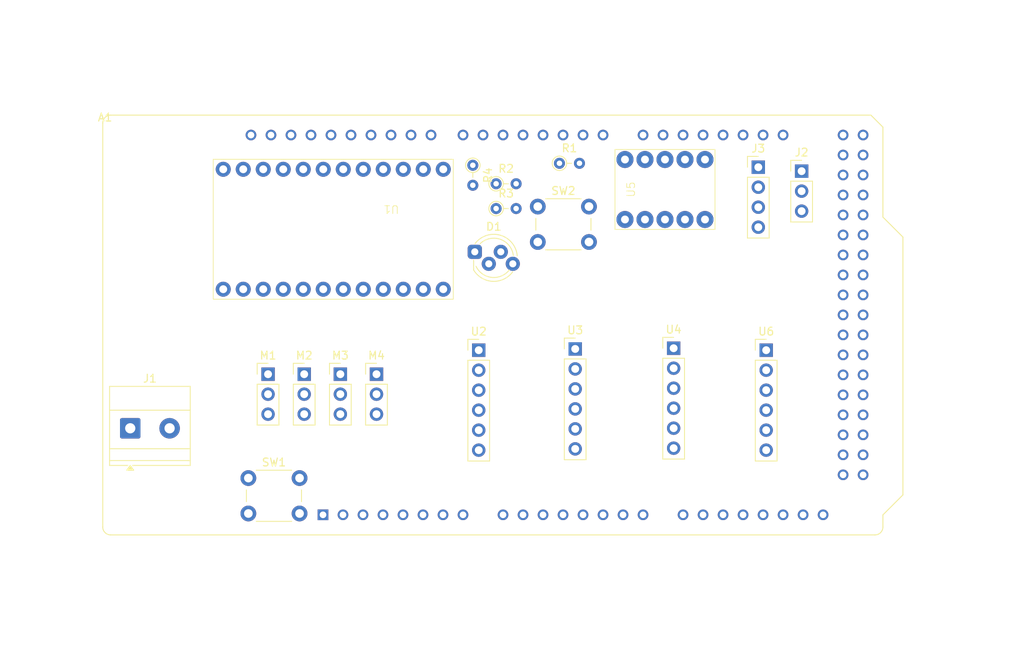
<source format=kicad_pcb>
(kicad_pcb (version 20241229) (generator "pcbnew") (generator_version "9.0")
  (layers (0 "F.Cu" signal) (2 "B.Cu" signal) (13 "F.Paste" user) (15 "B.Paste" user) (5 "F.SilkS" user "F.Silkscreen") (7 "B.SilkS" user "B.Silkscreen") (1 "F.Mask" user) (3 "B.Mask" user) (25 "Edge.Cuts" user))
  (net 0 "")
  (net 61 "Net-(D1-RK)")
  (net 62 "Net-(D1-BK)")
  (net 63 "Net-(D1-GK)")
  (net 64 "GND")
  (net 65 "+3V3")
  (net 66 "+5V")
  (net 67 "VCC")
  (net 68 "/SERVO_V_1")
  (net 69 "+7.5V")
  (net 70 "/SERVO_V_2")
  (net 71 "/SERVO_V_3")
  (net 73 "Net-(U1-SD2)")
  (net 77 "Net-(U1-SC3)")
  (net 78 "Net-(U1-SD3)")
  (net 80 "Net-(U1-SC1)")
  (net 84 "Net-(U1-SD1)")
  (net 85 "Net-(U1-SC0)")
  (net 86 "Net-(U1-SC2)")
  (net 88 "Net-(U1-SD0)")
  (net 92 "Net-(A1-Pad2)")
  (net 93 "Net-(A1-Pad3)")
  (net 94 "Net-(M1-PWM)")
  (net 95 "Net-(M3-PWM)")
  (net 96 "Net-(M4-PWM)")
  (net 97 "Net-(M2-PWM)")
  (net 98 "/SCL")
  (net 99 "/SDA")
  (net 100 "Net-(A1-PadRESET)")
  (net 101 "Net-(A1-Pad4)")
  (net 102 "Net-(A1-Pad5)")
  (net 103 "Net-(J2-Pin_2)")
  (net 104 "/RX2")
  (net 105 "/TX2")
  (net 106 "/RX3")
  (net 107 "/D23")
  (net 108 "/TX3")
  (net 109 "Net-(J2-Pin_3)")
  (net 110 "Net-(J3-Pin_2)")
  (net 111 "Net-(J3-Pin_3)")
  (footprint "Connector_PinHeader_2.54mm:PinHeader_1x06_P2.54mm_Vertical" (layer "F.Cu") (at 153.25 83.25)
    (property "Reference" "U4" (at 0 -2.38 0) (layer "F.SilkS"))
    (property "Value" "INA219 CS 3")
    (fp_line (start -1.38 -1.38) (end 0 -1.38) (stroke (width 0.12)) (layer "F.SilkS"))
    (fp_line (start -1.38 0) (end -1.38 -1.38) (stroke (width 0.12)) (layer "F.SilkS"))
    (fp_line (start -1.38 1.27) (end -1.38 14.08) (stroke (width 0.12)) (layer "F.SilkS"))
    (fp_line (start -1.38 1.27) (end 1.38 1.27) (stroke (width 0.12)) (layer "F.SilkS"))
    (fp_line (start -1.38 14.08) (end 1.38 14.08) (stroke (width 0.12)) (layer "F.SilkS"))
    (fp_line (start 1.38 1.27) (end 1.38 14.08) (stroke (width 0.12)) (layer "F.SilkS"))
    (pad "1" thru_hole rect (at 0 0) (size 1.7 1.7) (drill 1) (layers "*.Cu" "*.Mask") (net 67 "VCC"))
    (pad "2" thru_hole circle (at 0 2.54) (size 1.7 1.7) (drill 1) (layers "*.Cu" "*.Mask") (net 64 "GND"))
    (pad "3" thru_hole circle (at 0 5.08) (size 1.7 1.7) (drill 1) (layers "*.Cu" "*.Mask") (net 86 "Net-(U1-SC2)"))
    (pad "4" thru_hole circle (at 0 7.62) (size 1.7 1.7) (drill 1) (layers "*.Cu" "*.Mask") (net 73 "Net-(U1-SD2)"))
    (pad "5" thru_hole circle (at 0 10.16) (size 1.7 1.7) (drill 1) (layers "*.Cu" "*.Mask") (net 64 "GND"))
    (pad "6" thru_hole circle (at 0 12.7) (size 1.7 1.7) (drill 1) (layers "*.Cu" "*.Mask") (net 71 "/SERVO_V_3"))
  )
  (footprint "Button_Switch_THT:SW_PUSH_6mm" (layer "F.Cu") (at 136 65.25)
    (property "Reference" "SW2" (at 3.25 -2 0) (layer "F.SilkS"))
    (property "Value" "PushButton")
    (fp_line (start -0.25 1.5) (end -0.25 3) (stroke (width 0.12)) (layer "F.SilkS"))
    (fp_line (start 1 5.5) (end 5.5 5.5) (stroke (width 0.12)) (layer "F.SilkS"))
    (fp_line (start 5.5 -1) (end 1 -1) (stroke (width 0.12)) (layer "F.SilkS"))
    (fp_line (start 6.75 3) (end 6.75 1.5) (stroke (width 0.12)) (layer "F.SilkS"))
    (pad "1" thru_hole circle (at 0 0 90) (size 2 2) (drill 1.1) (layers "*.Cu" "*.Mask") (net 92 "Net-(A1-Pad2)"))
    (pad "1" thru_hole circle (at 6.5 0 90) (size 2 2) (drill 1.1) (layers "*.Cu" "*.Mask") (net 92 "Net-(A1-Pad2)"))
    (pad "2" thru_hole circle (at 0 4.5 90) (size 2 2) (drill 1.1) (layers "*.Cu" "*.Mask") (net 67 "VCC"))
    (pad "2" thru_hole circle (at 6.5 4.5 90) (size 2 2) (drill 1.1) (layers "*.Cu" "*.Mask") (net 67 "VCC"))
  )
  (footprint "adaFruit:TCA9548A_MultiplexerBreakout" (layer "F.Cu") (at 124 75.75 -90)
    (property "Reference" "U1" (at -10.16 6.604 180) (layer "F.SilkS") (effects (font (thickness 0.1))))
    (property "Value" "PCA9548ADB")
    (fp_rect (start -16.51 -1.27) (end 1.27 29.21) (stroke (width 0.1)) (fill no) (layer "F.SilkS"))
    (pad "1" thru_hole circle (at -15.24 12.7 270) (size 1.905 1.905) (drill 1) (layers "*.Cu" "*.Mask"))
    (pad "2" thru_hole circle (at -15.24 15.24 270) (size 1.905 1.905) (drill 1) (layers "*.Cu" "*.Mask"))
    (pad "3" thru_hole circle (at -15.24 10.16 270) (size 1.905 1.905) (drill 1) (layers "*.Cu" "*.Mask"))
    (pad "4" thru_hole circle (at -15.24 20.32 270) (size 1.905 1.905) (drill 1) (layers "*.Cu" "*.Mask") (net 88 "Net-(U1-SD0)"))
    (pad "5" thru_hole circle (at -15.24 22.86 270) (size 1.905 1.905) (drill 1) (layers "*.Cu" "*.Mask") (net 85 "Net-(U1-SC0)"))
    (pad "6" thru_hole circle (at -15.24 25.4 270) (size 1.905 1.905) (drill 1) (layers "*.Cu" "*.Mask") (net 84 "Net-(U1-SD1)"))
    (pad "7" thru_hole circle (at -15.24 27.94 270) (size 1.905 1.905) (drill 1) (layers "*.Cu" "*.Mask") (net 80 "Net-(U1-SC1)"))
    (pad "8" thru_hole circle (at 0 27.94 270) (size 1.905 1.905) (drill 1) (layers "*.Cu" "*.Mask") (net 73 "Net-(U1-SD2)"))
    (pad "9" thru_hole circle (at 0 25.4 270) (size 1.905 1.905) (drill 1) (layers "*.Cu" "*.Mask") (net 86 "Net-(U1-SC2)"))
    (pad "10" thru_hole circle (at 0 22.86 270) (size 1.905 1.905) (drill 1) (layers "*.Cu" "*.Mask") (net 78 "Net-(U1-SD3)"))
    (pad "11" thru_hole circle (at 0 20.32 270) (size 1.905 1.905) (drill 1) (layers "*.Cu" "*.Mask") (net 77 "Net-(U1-SC3)"))
    (pad "12" thru_hole circle (at -15.24 2.54 270) (size 1.905 1.905) (drill 1) (layers "*.Cu" "*.Mask") (net 64 "GND"))
    (pad "13" thru_hole circle (at 0 17.78 270) (size 1.905 1.905) (drill 1) (layers "*.Cu" "*.Mask"))
    (pad "14" thru_hole circle (at 0 15.24 270) (size 1.905 1.905) (drill 1) (layers "*.Cu" "*.Mask"))
    (pad "15" thru_hole circle (at 0 12.7 270) (size 1.905 1.905) (drill 1) (layers "*.Cu" "*.Mask"))
    (pad "16" thru_hole circle (at 0 10.16 270) (size 1.905 1.905) (drill 1) (layers "*.Cu" "*.Mask"))
    (pad "17" thru_hole circle (at 0 7.62 270) (size 1.905 1.905) (drill 1) (layers "*.Cu" "*.Mask"))
    (pad "18" thru_hole circle (at 0 5.08 270) (size 1.905 1.905) (drill 1) (layers "*.Cu" "*.Mask"))
    (pad "19" thru_hole circle (at 0 2.54 270) (size 1.905 1.905) (drill 1) (layers "*.Cu" "*.Mask"))
    (pad "20" thru_hole circle (at 0 0 270) (size 1.905 1.905) (drill 1) (layers "*.Cu" "*.Mask"))
    (pad "21" thru_hole circle (at -15.24 17.78 270) (size 1.905 1.905) (drill 1) (layers "*.Cu" "*.Mask"))
    (pad "22" thru_hole circle (at -15.24 7.62 270) (size 1.905 1.905) (drill 1) (layers "*.Cu" "*.Mask") (net 98 "/SCL"))
    (pad "23" thru_hole circle (at -15.24 5.08 270) (size 1.905 1.905) (drill 1) (layers "*.Cu" "*.Mask") (net 99 "/SDA"))
    (pad "24" thru_hole circle (at -15.24 0 270) (size 1.905 1.905) (drill 1) (layers "*.Cu" "*.Mask") (net 67 "VCC"))
  )
  (footprint "Connector_PinHeader_2.54mm:PinHeader_1x03_P2.54mm_Vertical" (layer "F.Cu") (at 115.52 86.55)
    (property "Reference" "M4" (at 0 -2.38 0) (layer "F.SilkS"))
    (property "Value" "Motor_Servo")
    (fp_line (start -1.38 -1.38) (end 0 -1.38) (stroke (width 0.12)) (layer "F.SilkS"))
    (fp_line (start -1.38 0) (end -1.38 -1.38) (stroke (width 0.12)) (layer "F.SilkS"))
    (fp_line (start -1.38 1.27) (end -1.38 6.46) (stroke (width 0.12)) (layer "F.SilkS"))
    (fp_line (start -1.38 1.27) (end 1.38 1.27) (stroke (width 0.12)) (layer "F.SilkS"))
    (fp_line (start -1.38 6.46) (end 1.38 6.46) (stroke (width 0.12)) (layer "F.SilkS"))
    (fp_line (start 1.38 1.27) (end 1.38 6.46) (stroke (width 0.12)) (layer "F.SilkS"))
    (pad "1" thru_hole rect (at 0 0) (size 1.7 1.7) (drill 1) (layers "*.Cu" "*.Mask") (net 96 "Net-(M4-PWM)"))
    (pad "2" thru_hole circle (at 0 2.54) (size 1.7 1.7) (drill 1) (layers "*.Cu" "*.Mask") (net 69 "+7.5V"))
    (pad "3" thru_hole circle (at 0 5.08) (size 1.7 1.7) (drill 1) (layers "*.Cu" "*.Mask") (net 71 "/SERVO_V_3"))
  )
  (footprint "LED_THT:LED_D5.0mm-4_RGB_Staggered_Pins" (layer "F.Cu") (at 128 71)
    (property "Reference" "D1" (at 2.413 -3.198 0) (layer "F.SilkS"))
    (property "Value" "LED_ARGB")
    (fp_line (start -0.147 1.061188) (end -0.147 2.307) (stroke (width 0.12)) (layer "F.SilkS"))
    (fp_arc (start 0.028 -1.038) (mid 3.238737 -2.109652) (end 5.389836 0.503784) (stroke (width 0.12)) (layer "F.SilkS"))
    (fp_arc (start 0.660401 -1.015999) (mid 3.242766 -1.592649) (end 4.89309 0.475579) (stroke (width 0.12)) (layer "F.SilkS"))
    (fp_arc (start 4.372086 2.315056) (mid 2.134091 3.246393) (end 0.158316 1.842) (stroke (width 0.12)) (layer "F.SilkS"))
    (fp_arc (start 4.804334 2.556887) (mid 2.262188 3.748194) (end -0.147 2.30683) (stroke (width 0.12)) (layer "F.SilkS"))
    (pad "1" thru_hole roundrect (at 0 0) (size 1.8 1.8) (drill 0.9) (layers "*.Cu" "*.Mask") (net 61 "Net-(D1-RK)"))
    (pad "2" thru_hole circle (at 1.778 1.524) (size 1.8 1.8) (drill 0.9) (layers "*.Cu" "*.Mask") (net 64 "GND"))
    (pad "3" thru_hole circle (at 3.302 0) (size 1.8 1.8) (drill 0.9) (layers "*.Cu" "*.Mask") (net 63 "Net-(D1-GK)"))
    (pad "4" thru_hole circle (at 4.826 1.524) (size 1.8 1.8) (drill 0.9) (layers "*.Cu" "*.Mask") (net 62 "Net-(D1-BK)"))
  )
  (footprint "Connector_PinHeader_2.54mm:PinHeader_1x06_P2.54mm_Vertical" (layer "F.Cu") (at 128.5 83.5)
    (property "Reference" "U2" (at 0 -2.38 0) (layer "F.SilkS"))
    (property "Value" "INA219 CS 1")
    (fp_line (start -1.38 -1.38) (end 0 -1.38) (stroke (width 0.12)) (layer "F.SilkS"))
    (fp_line (start -1.38 0) (end -1.38 -1.38) (stroke (width 0.12)) (layer "F.SilkS"))
    (fp_line (start -1.38 1.27) (end -1.38 14.08) (stroke (width 0.12)) (layer "F.SilkS"))
    (fp_line (start -1.38 1.27) (end 1.38 1.27) (stroke (width 0.12)) (layer "F.SilkS"))
    (fp_line (start -1.38 14.08) (end 1.38 14.08) (stroke (width 0.12)) (layer "F.SilkS"))
    (fp_line (start 1.38 1.27) (end 1.38 14.08) (stroke (width 0.12)) (layer "F.SilkS"))
    (pad "1" thru_hole rect (at 0 0) (size 1.7 1.7) (drill 1) (layers "*.Cu" "*.Mask") (net 67 "VCC"))
    (pad "2" thru_hole circle (at 0 2.54) (size 1.7 1.7) (drill 1) (layers "*.Cu" "*.Mask") (net 64 "GND"))
    (pad "3" thru_hole circle (at 0 5.08) (size 1.7 1.7) (drill 1) (layers "*.Cu" "*.Mask") (net 85 "Net-(U1-SC0)"))
    (pad "4" thru_hole circle (at 0 7.62) (size 1.7 1.7) (drill 1) (layers "*.Cu" "*.Mask") (net 88 "Net-(U1-SD0)"))
    (pad "5" thru_hole circle (at 0 10.16) (size 1.7 1.7) (drill 1) (layers "*.Cu" "*.Mask") (net 64 "GND"))
    (pad "6" thru_hole circle (at 0 12.7) (size 1.7 1.7) (drill 1) (layers "*.Cu" "*.Mask") (net 68 "/SERVO_V_1"))
  )
  (footprint "Resistor_THT:R_Axial_DIN0204_L3.6mm_D1.6mm_P2.54mm_Vertical" (layer "F.Cu") (at 127.75 60 -90)
    (property "Reference" "R4" (at 1.27 -1.92 90) (layer "F.SilkS"))
    (property "Value" "220")
    (fp_line (start 0.92 0) (end 1.54 0) (stroke (width 0.12)) (layer "F.SilkS"))
    (fp_circle (center 0 0) (end 0.92 0) (stroke (width 0.12)) (fill no) (layer "F.SilkS"))
    (pad "1" thru_hole circle (at 0 0 270) (size 1.4 1.4) (drill 0.7) (layers "*.Cu" "*.Mask") (net 93 "Net-(A1-Pad3)"))
    (pad "2" thru_hole oval (at 2.54 0 270) (size 1.4 1.4) (drill 0.7) (layers "*.Cu" "*.Mask") (net 62 "Net-(D1-BK)"))
  )
  (footprint "Connector_PinHeader_2.54mm:PinHeader_1x04_P2.54mm_Vertical" (layer "F.Cu") (at 164 60.25)
    (property "Reference" "J3" (at 0 -2.38 0) (layer "F.SilkS"))
    (property "Value" "Conn _CV")
    (fp_line (start -1.38 -1.38) (end 0 -1.38) (stroke (width 0.12)) (layer "F.SilkS"))
    (fp_line (start -1.38 0) (end -1.38 -1.38) (stroke (width 0.12)) (layer "F.SilkS"))
    (fp_line (start -1.38 1.27) (end -1.38 9) (stroke (width 0.12)) (layer "F.SilkS"))
    (fp_line (start -1.38 1.27) (end 1.38 1.27) (stroke (width 0.12)) (layer "F.SilkS"))
    (fp_line (start -1.38 9) (end 1.38 9) (stroke (width 0.12)) (layer "F.SilkS"))
    (fp_line (start 1.38 1.27) (end 1.38 9) (stroke (width 0.12)) (layer "F.SilkS"))
    (pad "1" thru_hole rect (at 0 0) (size 1.7 1.7) (drill 1) (layers "*.Cu" "*.Mask") (net 64 "GND"))
    (pad "2" thru_hole circle (at 0 2.54) (size 1.7 1.7) (drill 1) (layers "*.Cu" "*.Mask") (net 110 "Net-(J3-Pin_2)"))
    (pad "3" thru_hole circle (at 0 5.08) (size 1.7 1.7) (drill 1) (layers "*.Cu" "*.Mask") (net 111 "Net-(J3-Pin_3)"))
    (pad "4" thru_hole circle (at 0 7.62) (size 1.7 1.7) (drill 1) (layers "*.Cu" "*.Mask") (net 109 "Net-(J2-Pin_3)"))
  )
  (footprint "Resistor_THT:R_Axial_DIN0204_L3.6mm_D1.6mm_P2.54mm_Vertical" (layer "F.Cu") (at 138.75 59.75)
    (property "Reference" "R1" (at 1.27 -1.92 0) (layer "F.SilkS"))
    (property "Value" "10k")
    (fp_line (start 0.92 0) (end 1.54 0) (stroke (width 0.12)) (layer "F.SilkS"))
    (fp_circle (center 0 0) (end 0.92 0) (stroke (width 0.12)) (fill no) (layer "F.SilkS"))
    (pad "1" thru_hole circle (at 0 0) (size 1.4 1.4) (drill 0.7) (layers "*.Cu" "*.Mask") (net 92 "Net-(A1-Pad2)"))
    (pad "2" thru_hole oval (at 2.54 0) (size 1.4 1.4) (drill 0.7) (layers "*.Cu" "*.Mask") (net 64 "GND"))
  )
  (footprint "Resistor_THT:R_Axial_DIN0204_L3.6mm_D1.6mm_P2.54mm_Vertical" (layer "F.Cu") (at 130.71 65.5)
    (property "Reference" "R3" (at 1.27 -1.92 0) (layer "F.SilkS"))
    (property "Value" "220")
    (fp_line (start 0.92 0) (end 1.54 0) (stroke (width 0.12)) (layer "F.SilkS"))
    (fp_circle (center 0 0) (end 0.92 0) (stroke (width 0.12)) (fill no) (layer "F.SilkS"))
    (pad "1" thru_hole circle (at 0 0) (size 1.4 1.4) (drill 0.7) (layers "*.Cu" "*.Mask") (net 101 "Net-(A1-Pad4)"))
    (pad "2" thru_hole oval (at 2.54 0) (size 1.4 1.4) (drill 0.7) (layers "*.Cu" "*.Mask") (net 63 "Net-(D1-GK)"))
  )
  (footprint "Connector_PinHeader_2.54mm:PinHeader_1x03_P2.54mm_Vertical" (layer "F.Cu") (at 101.75 86.55)
    (property "Reference" "M1" (at 0 -2.38 0) (layer "F.SilkS"))
    (property "Value" "Motor_Servo")
    (fp_line (start -1.38 -1.38) (end 0 -1.38) (stroke (width 0.12)) (layer "F.SilkS"))
    (fp_line (start -1.38 0) (end -1.38 -1.38) (stroke (width 0.12)) (layer "F.SilkS"))
    (fp_line (start -1.38 1.27) (end -1.38 6.46) (stroke (width 0.12)) (layer "F.SilkS"))
    (fp_line (start -1.38 1.27) (end 1.38 1.27) (stroke (width 0.12)) (layer "F.SilkS"))
    (fp_line (start -1.38 6.46) (end 1.38 6.46) (stroke (width 0.12)) (layer "F.SilkS"))
    (fp_line (start 1.38 1.27) (end 1.38 6.46) (stroke (width 0.12)) (layer "F.SilkS"))
    (pad "1" thru_hole rect (at 0 0) (size 1.7 1.7) (drill 1) (layers "*.Cu" "*.Mask") (net 94 "Net-(M1-PWM)"))
    (pad "2" thru_hole circle (at 0 2.54) (size 1.7 1.7) (drill 1) (layers "*.Cu" "*.Mask") (net 69 "+7.5V"))
    (pad "3" thru_hole circle (at 0 5.08) (size 1.7 1.7) (drill 1) (layers "*.Cu" "*.Mask") (net 68 "/SERVO_V_1"))
  )
  (footprint "Connector_PinHeader_2.54mm:PinHeader_1x03_P2.54mm_Vertical" (layer "F.Cu") (at 106.34 86.55)
    (property "Reference" "M2" (at 0 -2.38 0) (layer "F.SilkS"))
    (property "Value" "Motor_Servo")
    (fp_line (start -1.38 -1.38) (end 0 -1.38) (stroke (width 0.12)) (layer "F.SilkS"))
    (fp_line (start -1.38 0) (end -1.38 -1.38) (stroke (width 0.12)) (layer "F.SilkS"))
    (fp_line (start -1.38 1.27) (end -1.38 6.46) (stroke (width 0.12)) (layer "F.SilkS"))
    (fp_line (start -1.38 1.27) (end 1.38 1.27) (stroke (width 0.12)) (layer "F.SilkS"))
    (fp_line (start -1.38 6.46) (end 1.38 6.46) (stroke (width 0.12)) (layer "F.SilkS"))
    (fp_line (start 1.38 1.27) (end 1.38 6.46) (stroke (width 0.12)) (layer "F.SilkS"))
    (pad "1" thru_hole rect (at 0 0) (size 1.7 1.7) (drill 1) (layers "*.Cu" "*.Mask") (net 97 "Net-(M2-PWM)"))
    (pad "2" thru_hole circle (at 0 2.54) (size 1.7 1.7) (drill 1) (layers "*.Cu" "*.Mask") (net 69 "+7.5V"))
    (pad "3" thru_hole circle (at 0 5.08) (size 1.7 1.7) (drill 1) (layers "*.Cu" "*.Mask") (net 70 "/SERVO_V_2"))
  )
  (footprint "Button_Switch_THT:SW_PUSH_6mm" (layer "F.Cu") (at 99.25 99.75)
    (property "Reference" "SW1" (at 3.25 -2 0) (layer "F.SilkS"))
    (property "Value" "Reset")
    (fp_line (start -0.25 1.5) (end -0.25 3) (stroke (width 0.12)) (layer "F.SilkS"))
    (fp_line (start 1 5.5) (end 5.5 5.5) (stroke (width 0.12)) (layer "F.SilkS"))
    (fp_line (start 5.5 -1) (end 1 -1) (stroke (width 0.12)) (layer "F.SilkS"))
    (fp_line (start 6.75 3) (end 6.75 1.5) (stroke (width 0.12)) (layer "F.SilkS"))
    (pad "1" thru_hole circle (at 0 0 90) (size 2 2) (drill 1.1) (layers "*.Cu" "*.Mask") (net 64 "GND"))
    (pad "1" thru_hole circle (at 6.5 0 90) (size 2 2) (drill 1.1) (layers "*.Cu" "*.Mask") (net 64 "GND"))
    (pad "2" thru_hole circle (at 0 4.5 90) (size 2 2) (drill 1.1) (layers "*.Cu" "*.Mask") (net 100 "Net-(A1-PadRESET)"))
    (pad "2" thru_hole circle (at 6.5 4.5 90) (size 2 2) (drill 1.1) (layers "*.Cu" "*.Mask") (net 100 "Net-(A1-PadRESET)"))
  )
  (footprint "Resistor_THT:R_Axial_DIN0204_L3.6mm_D1.6mm_P2.54mm_Vertical" (layer "F.Cu") (at 130.71 62.35)
    (property "Reference" "R2" (at 1.27 -1.92 0) (layer "F.SilkS"))
    (property "Value" "220")
    (fp_line (start 0.92 0) (end 1.54 0) (stroke (width 0.12)) (layer "F.SilkS"))
    (fp_circle (center 0 0) (end 0.92 0) (stroke (width 0.12)) (fill no) (layer "F.SilkS"))
    (pad "1" thru_hole circle (at 0 0) (size 1.4 1.4) (drill 0.7) (layers "*.Cu" "*.Mask") (net 102 "Net-(A1-Pad5)"))
    (pad "2" thru_hole oval (at 2.54 0) (size 1.4 1.4) (drill 0.7) (layers "*.Cu" "*.Mask") (net 61 "Net-(D1-RK)"))
  )
  (footprint "Connector_PinHeader_2.54mm:PinHeader_1x06_P2.54mm_Vertical" (layer "F.Cu") (at 165 83.5)
    (property "Reference" "U6" (at 0 -2.38 0) (layer "F.SilkS"))
    (property "Value" "INA219 CS 4")
    (fp_line (start -1.38 -1.38) (end 0 -1.38) (stroke (width 0.12)) (layer "F.SilkS"))
    (fp_line (start -1.38 0) (end -1.38 -1.38) (stroke (width 0.12)) (layer "F.SilkS"))
    (fp_line (start -1.38 1.27) (end -1.38 14.08) (stroke (width 0.12)) (layer "F.SilkS"))
    (fp_line (start -1.38 1.27) (end 1.38 1.27) (stroke (width 0.12)) (layer "F.SilkS"))
    (fp_line (start -1.38 14.08) (end 1.38 14.08) (stroke (width 0.12)) (layer "F.SilkS"))
    (fp_line (start 1.38 1.27) (end 1.38 14.08) (stroke (width 0.12)) (layer "F.SilkS"))
    (pad "1" thru_hole rect (at 0 0) (size 1.7 1.7) (drill 1) (layers "*.Cu" "*.Mask") (net 67 "VCC"))
    (pad "2" thru_hole circle (at 0 2.54) (size 1.7 1.7) (drill 1) (layers "*.Cu" "*.Mask") (net 64 "GND"))
    (pad "3" thru_hole circle (at 0 5.08) (size 1.7 1.7) (drill 1) (layers "*.Cu" "*.Mask") (net 77 "Net-(U1-SC3)"))
    (pad "4" thru_hole circle (at 0 7.62) (size 1.7 1.7) (drill 1) (layers "*.Cu" "*.Mask") (net 78 "Net-(U1-SD3)"))
    (pad "5" thru_hole circle (at 0 10.16) (size 1.7 1.7) (drill 1) (layers "*.Cu" "*.Mask") (net 64 "GND"))
    (pad "6" thru_hole circle (at 0 12.7) (size 1.7 1.7) (drill 1) (layers "*.Cu" "*.Mask") (net 71 "/SERVO_V_3"))
  )
  (footprint "Connector_PinHeader_2.54mm:PinHeader_1x03_P2.54mm_Vertical" (layer "F.Cu") (at 110.93 86.55)
    (property "Reference" "M3" (at 0 -2.38 0) (layer "F.SilkS"))
    (property "Value" "Motor_Servo")
    (fp_line (start -1.38 -1.38) (end 0 -1.38) (stroke (width 0.12)) (layer "F.SilkS"))
    (fp_line (start -1.38 0) (end -1.38 -1.38) (stroke (width 0.12)) (layer "F.SilkS"))
    (fp_line (start -1.38 1.27) (end -1.38 6.46) (stroke (width 0.12)) (layer "F.SilkS"))
    (fp_line (start -1.38 1.27) (end 1.38 1.27) (stroke (width 0.12)) (layer "F.SilkS"))
    (fp_line (start -1.38 6.46) (end 1.38 6.46) (stroke (width 0.12)) (layer "F.SilkS"))
    (fp_line (start 1.38 1.27) (end 1.38 6.46) (stroke (width 0.12)) (layer "F.SilkS"))
    (pad "1" thru_hole rect (at 0 0) (size 1.7 1.7) (drill 1) (layers "*.Cu" "*.Mask") (net 95 "Net-(M3-PWM)"))
    (pad "2" thru_hole circle (at 0 2.54) (size 1.7 1.7) (drill 1) (layers "*.Cu" "*.Mask") (net 69 "+7.5V"))
    (pad "3" thru_hole circle (at 0 5.08) (size 1.7 1.7) (drill 1) (layers "*.Cu" "*.Mask") (net 71 "/SERVO_V_3"))
  )
  (footprint "Connector_PinHeader_2.54mm:PinHeader_1x06_P2.54mm_Vertical" (layer "F.Cu") (at 140.75 83.34)
    (property "Reference" "U3" (at 0 -2.38 0) (layer "F.SilkS"))
    (property "Value" "INA219 CS 2")
    (fp_line (start -1.38 -1.38) (end 0 -1.38) (stroke (width 0.12)) (layer "F.SilkS"))
    (fp_line (start -1.38 0) (end -1.38 -1.38) (stroke (width 0.12)) (layer "F.SilkS"))
    (fp_line (start -1.38 1.27) (end -1.38 14.08) (stroke (width 0.12)) (layer "F.SilkS"))
    (fp_line (start -1.38 1.27) (end 1.38 1.27) (stroke (width 0.12)) (layer "F.SilkS"))
    (fp_line (start -1.38 14.08) (end 1.38 14.08) (stroke (width 0.12)) (layer "F.SilkS"))
    (fp_line (start 1.38 1.27) (end 1.38 14.08) (stroke (width 0.12)) (layer "F.SilkS"))
    (pad "1" thru_hole rect (at 0 0) (size 1.7 1.7) (drill 1) (layers "*.Cu" "*.Mask") (net 67 "VCC"))
    (pad "2" thru_hole circle (at 0 2.54) (size 1.7 1.7) (drill 1) (layers "*.Cu" "*.Mask") (net 64 "GND"))
    (pad "3" thru_hole circle (at 0 5.08) (size 1.7 1.7) (drill 1) (layers "*.Cu" "*.Mask") (net 80 "Net-(U1-SC1)"))
    (pad "4" thru_hole circle (at 0 7.62) (size 1.7 1.7) (drill 1) (layers "*.Cu" "*.Mask") (net 84 "Net-(U1-SD1)"))
    (pad "5" thru_hole circle (at 0 10.16) (size 1.7 1.7) (drill 1) (layers "*.Cu" "*.Mask") (net 64 "GND"))
    (pad "6" thru_hole circle (at 0 12.7) (size 1.7 1.7) (drill 1) (layers "*.Cu" "*.Mask") (net 70 "/SERVO_V_2"))
  )
  (footprint "TerminalBlock_Phoenix:TerminalBlock_Phoenix_MKDS-1,5-2_1x02_P5.00mm_Horizontal" (layer "F.Cu") (at 84.25 93.4225)
    (property "Reference" "J1" (at 2.5 -6.32 0) (layer "F.SilkS"))
    (property "Value" "Conn_01x02_Socket")
    (fp_line (start -2.62 -5.32) (end -2.62 4.72) (stroke (width 0.12)) (layer "F.SilkS"))
    (fp_line (start -2.62 -5.32) (end 7.62 -5.32) (stroke (width 0.12)) (layer "F.SilkS"))
    (fp_line (start -2.62 -2.3) (end 7.62 -2.3) (stroke (width 0.12)) (layer "F.SilkS"))
    (fp_line (start -2.62 2.6) (end 7.62 2.6) (stroke (width 0.12)) (layer "F.SilkS"))
    (fp_line (start -2.62 4.1) (end 7.62 4.1) (stroke (width 0.12)) (layer "F.SilkS"))
    (fp_line (start -2.62 4.72) (end -0.3 4.72) (stroke (width 0.12)) (layer "F.SilkS"))
    (fp_line (start 0.3 4.72) (end 7.62 4.72) (stroke (width 0.12)) (layer "F.SilkS"))
    (fp_line (start 7.62 -5.32) (end 7.62 4.72) (stroke (width 0.12)) (layer "F.SilkS"))
    (fp_poly (pts (xy 0 4.72) (xy 0.44 5.33) (xy -0.44 5.33)) (stroke (width 0.12)) (fill yes) (layer "F.SilkS"))
    (pad "1" thru_hole roundrect (at 0 0) (size 2.6 2.6) (drill 1.3) (layers "*.Cu" "*.Mask") (roundrect_rratio 0.096154) (net 69 "+7.5V"))
    (pad "2" thru_hole circle (at 5 0) (size 2.6 2.6) (drill 1.3) (layers "*.Cu" "*.Mask") (net 64 "GND"))
  )
  (footprint "A000067:MODULE_A000067" (layer "F.Cu") (at 131.56 80.3)
    (property "Reference" "A1" (at -50.507107 -26.377107 0) (layer "F.SilkS"))
    (property "Value" "A000067")
    (fp_line (start -50.8 25.67) (end -50.8 -25.67) (stroke (width 0.127)) (layer "F.SilkS"))
    (fp_line (start -49.8 -26.67) (end 46.736 -26.67) (stroke (width 0.127)) (layer "F.SilkS"))
    (fp_line (start 46.736 -26.67) (end 48.26 -25.146) (stroke (width 0.127)) (layer "F.SilkS"))
    (fp_line (start 47.26 26.67) (end -49.8 26.67) (stroke (width 0.127)) (layer "F.SilkS"))
    (fp_line (start 48.26 -25.146) (end 48.26 -13.716) (stroke (width 0.127)) (layer "F.SilkS"))
    (fp_line (start 48.26 -13.716) (end 50.8 -11.176) (stroke (width 0.127)) (layer "F.SilkS"))
    (fp_line (start 48.26 24.13) (end 48.26 25.67) (stroke (width 0.127)) (layer "F.SilkS"))
    (fp_line (start 50.8 -11.176) (end 50.8 21.59) (stroke (width 0.127)) (layer "F.SilkS"))
    (fp_line (start 50.8 21.59) (end 48.26 24.13) (stroke (width 0.127)) (layer "F.SilkS"))
    (fp_arc (start -50.8 -25.67) (mid -50.507107 -26.377107) (end -49.8 -26.67) (stroke (width 0.127)) (layer "F.SilkS"))
    (fp_arc (start -49.8 26.67) (mid -50.507107 26.377107) (end -50.8 25.67) (stroke (width 0.127)) (layer "F.SilkS"))
    (fp_arc (start 48.26 25.67) (mid 47.967107 26.377107) (end 47.26 26.67) (stroke (width 0.127)) (layer "F.SilkS"))
    (pad "" np_thru_hole circle (at -36.8044 24.1172) (size 3.2 3.2) (drill 3.2) (layers "*.Cu" "*.Mask"))
    (pad "" np_thru_hole circle (at -35.5344 -24.1428) (size 3.2 3.2) (drill 3.2) (layers "*.Cu" "*.Mask"))
    (pad "" np_thru_hole circle (at 15.2656 -8.9028) (size 3.2 3.2) (drill 3.2) (layers "*.Cu" "*.Mask"))
    (pad "" np_thru_hole circle (at 15.2656 19.0372) (size 3.2 3.2) (drill 3.2) (layers "*.Cu" "*.Mask"))
    (pad "" np_thru_hole circle (at 39.3956 -24.1428) (size 3.2 3.2) (drill 3.2) (layers "*.Cu" "*.Mask"))
    (pad "" np_thru_hole circle (at 45.7456 24.1172) (size 3.2 3.2) (drill 3.2) (layers "*.Cu" "*.Mask"))
    (pad "0" thru_hole circle (at 12.7256 -24.1428) (size 1.358 1.358) (drill 0.85) (layers "*.Cu" "*.Mask"))
    (pad "1" thru_hole circle (at 10.1856 -24.1428) (size 1.358 1.358) (drill 0.85) (layers "*.Cu" "*.Mask"))
    (pad "2" thru_hole circle (at 7.6456 -24.1428) (size 1.358 1.358) (drill 0.85) (layers "*.Cu" "*.Mask") (net 92 "Net-(A1-Pad2)"))
    (pad "3" thru_hole circle (at 5.1056 -24.1428) (size 1.358 1.358) (drill 0.85) (layers "*.Cu" "*.Mask") (net 93 "Net-(A1-Pad3)"))
    (pad "3V3" thru_hole circle (at -15.2144 24.1172) (size 1.358 1.358) (drill 0.85) (layers "*.Cu" "*.Mask") (net 65 "+3V3"))
    (pad "4" thru_hole circle (at 2.5656 -24.1428) (size 1.358 1.358) (drill 0.85) (layers "*.Cu" "*.Mask") (net 101 "Net-(A1-Pad4)"))
    (pad "5" thru_hole circle (at 0.0256 -24.1428) (size 1.358 1.358) (drill 0.85) (layers "*.Cu" "*.Mask") (net 102 "Net-(A1-Pad5)"))
    (pad "5V_1" thru_hole circle (at -12.6744 24.1172) (size 1.358 1.358) (drill 0.85) (layers "*.Cu" "*.Mask") (net 66 "+5V"))
    (pad "5V_2" thru_hole circle (at 43.2056 -24.1428) (size 1.358 1.358) (drill 0.85) (layers "*.Cu" "*.Mask") (net 66 "+5V"))
    (pad "5V_3" thru_hole circle (at 45.7456 -24.1428) (size 1.358 1.358) (drill 0.85) (layers "*.Cu" "*.Mask") (net 66 "+5V"))
    (pad "6" thru_hole circle (at -2.5144 -24.1428) (size 1.358 1.358) (drill 0.85) (layers "*.Cu" "*.Mask"))
    (pad "7" thru_hole circle (at -5.0544 -24.1428) (size 1.358 1.358) (drill 0.85) (layers "*.Cu" "*.Mask"))
    (pad "8" thru_hole circle (at -9.1184 -24.1428) (size 1.358 1.358) (drill 0.85) (layers "*.Cu" "*.Mask") (net 96 "Net-(M4-PWM)"))
    (pad "9" thru_hole circle (at -11.6584 -24.1428) (size 1.358 1.358) (drill 0.85) (layers "*.Cu" "*.Mask") (net 95 "Net-(M3-PWM)"))
    (pad "10" thru_hole circle (at -14.1984 -24.1428) (size 1.358 1.358) (drill 0.85) (layers "*.Cu" "*.Mask") (net 97 "Net-(M2-PWM)"))
    (pad "11" thru_hole circle (at -16.7384 -24.1428) (size 1.358 1.358) (drill 0.85) (layers "*.Cu" "*.Mask") (net 94 "Net-(M1-PWM)"))
    (pad "12" thru_hole circle (at -19.2784 -24.1428) (size 1.358 1.358) (drill 0.85) (layers "*.Cu" "*.Mask"))
    (pad "13" thru_hole circle (at -21.8184 -24.1428) (size 1.358 1.358) (drill 0.85) (layers "*.Cu" "*.Mask"))
    (pad "14" thru_hole circle (at 17.8056 -24.1428) (size 1.358 1.358) (drill 0.85) (layers "*.Cu" "*.Mask") (net 108 "/TX3"))
    (pad "15" thru_hole circle (at 20.3456 -24.1428) (size 1.358 1.358) (drill 0.85) (layers "*.Cu" "*.Mask") (net 106 "/RX3"))
    (pad "16" thru_hole circle (at 22.8856 -24.1428) (size 1.358 1.358) (drill 0.85) (layers "*.Cu" "*.Mask") (net 105 "/TX2"))
    (pad "17" thru_hole circle (at 25.4256 -24.1428) (size 1.358 1.358) (drill 0.85) (layers "*.Cu" "*.Mask") (net 104 "/RX2"))
    (pad "18" thru_hole circle (at 27.9656 -24.1428) (size 1.358 1.358) (drill 0.85) (layers "*.Cu" "*.Mask"))
    (pad "19" thru_hole circle (at 30.5056 -24.1428) (size 1.358 1.358) (drill 0.85) (layers "*.Cu" "*.Mask"))
    (pad "20" thru_hole circle (at 33.0456 -24.1428) (size 1.358 1.358) (drill 0.85) (layers "*.Cu" "*.Mask"))
    (pad "21" thru_hole circle (at 35.5856 -24.1428) (size 1.358 1.358) (drill 0.85) (layers "*.Cu" "*.Mask"))
    (pad "22" thru_hole circle (at 43.2056 -21.6028) (size 1.358 1.358) (drill 0.85) (layers "*.Cu" "*.Mask"))
    (pad "23" thru_hole circle (at 45.7456 -21.6028) (size 1.358 1.358) (drill 0.85) (layers "*.Cu" "*.Mask") (net 107 "/D23"))
    (pad "24" thru_hole circle (at 43.2056 -19.0628) (size 1.358 1.358) (drill 0.85) (layers "*.Cu" "*.Mask"))
    (pad "25" thru_hole circle (at 45.7456 -19.0628) (size 1.358 1.358) (drill 0.85) (layers "*.Cu" "*.Mask"))
    (pad "26" thru_hole circle (at 43.2056 -16.5228) (size 1.358 1.358) (drill 0.85) (layers "*.Cu" "*.Mask"))
    (pad "27" thru_hole circle (at 45.7456 -16.5228) (size 1.358 1.358) (drill 0.85) (layers "*.Cu" "*.Mask"))
    (pad "28" thru_hole circle (at 43.2056 -13.9828) (size 1.358 1.358) (drill 0.85) (layers "*.Cu" "*.Mask"))
    (pad "29" thru_hole circle (at 45.7456 -13.9828) (size 1.358 1.358) (drill 0.85) (layers "*.Cu" "*.Mask"))
    (pad "30" thru_hole circle (at 43.2056 -11.4428) (size 1.358 1.358) (drill 0.85) (layers "*.Cu" "*.Mask"))
    (pad "31" thru_hole circle (at 45.7456 -11.4428) (size 1.358 1.358) (drill 0.85) (layers "*.Cu" "*.Mask"))
    (pad "32" thru_hole circle (at 43.2056 -8.9028) (size 1.358 1.358) (drill 0.85) (layers "*.Cu" "*.Mask"))
    (pad "33" thru_hole circle (at 45.7456 -8.9028) (size 1.358 1.358) (drill 0.85) (layers "*.Cu" "*.Mask"))
    (pad "34" thru_hole circle (at 43.2056 -6.3628) (size 1.358 1.358) (drill 0.85) (layers "*.Cu" "*.Mask"))
    (pad "35" thru_hole circle (at 45.7456 -6.3628) (size 1.358 1.358) (drill 0.85) (layers "*.Cu" "*.Mask"))
    (pad "36" thru_hole circle (at 43.2056 -3.8228) (size 1.358 1.358) (drill 0.85) (layers "*.Cu" "*.Mask"))
    (pad "37" thru_hole circle (at 45.7456 -3.8228) (size 1.358 1.358) (drill 0.85) (layers "*.Cu" "*.Mask"))
    (pad "38" thru_hole circle (at 43.2056 -1.2828) (size 1.358 1.358) (drill 0.85) (layers "*.Cu" "*.Mask"))
    (pad "39" thru_hole circle (at 45.7456 -1.2828) (size 1.358 1.358) (drill 0.85) (layers "*.Cu" "*.Mask"))
    (pad "40" thru_hole circle (at 43.2056 1.2572) (size 1.358 1.358) (drill 0.85) (layers "*.Cu" "*.Mask"))
    (pad "41" thru_hole circle (at 45.7456 1.2572) (size 1.358 1.358) (drill 0.85) (layers "*.Cu" "*.Mask"))
    (pad "42" thru_hole circle (at 43.2056 3.7972) (size 1.358 1.358) (drill 0.85) (layers "*.Cu" "*.Mask"))
    (pad "43" thru_hole circle (at 45.7456 3.7972) (size 1.358 1.358) (drill 0.85) (layers "*.Cu" "*.Mask"))
    (pad "44" thru_hole circle (at 43.2056 6.3372) (size 1.358 1.358) (drill 0.85) (layers "*.Cu" "*.Mask"))
    (pad "45" thru_hole circle (at 45.7456 6.3372) (size 1.358 1.358) (drill 0.85) (layers "*.Cu" "*.Mask"))
    (pad "46" thru_hole circle (at 43.2056 8.8772) (size 1.358 1.358) (drill 0.85) (layers "*.Cu" "*.Mask"))
    (pad "47" thru_hole circle (at 45.7456 8.8772) (size 1.358 1.358) (drill 0.85) (layers "*.Cu" "*.Mask"))
    (pad "48" thru_hole circle (at 43.2056 11.4172) (size 1.358 1.358) (drill 0.85) (layers "*.Cu" "*.Mask"))
    (pad "49" thru_hole circle (at 45.7456 11.4172) (size 1.358 1.358) (drill 0.85) (layers "*.Cu" "*.Mask"))
    (pad "50" thru_hole circle (at 43.2056 13.9572) (size 1.358 1.358) (drill 0.85) (layers "*.Cu" "*.Mask"))
    (pad "51" thru_hole circle (at 45.7456 13.9572) (size 1.358 1.358) (drill 0.85) (layers "*.Cu" "*.Mask"))
    (pad "52" thru_hole circle (at 43.2056 16.4972) (size 1.358 1.358) (drill 0.85) (layers "*.Cu" "*.Mask"))
    (pad "53" thru_hole circle (at 45.7456 16.4972) (size 1.358 1.358) (drill 0.85) (layers "*.Cu" "*.Mask"))
    (pad "AD0" thru_hole circle (at 0.0256 24.1172) (size 1.358 1.358) (drill 0.85) (layers "*.Cu" "*.Mask"))
    (pad "AD1" thru_hole circle (at 2.5656 24.1172) (size 1.358 1.358) (drill 0.85) (layers "*.Cu" "*.Mask"))
    (pad "AD2" thru_hole circle (at 5.1056 24.1172) (size 1.358 1.358) (drill 0.85) (layers "*.Cu" "*.Mask"))
    (pad "AD3" thru_hole circle (at 7.6456 24.1172) (size 1.358 1.358) (drill 0.85) (layers "*.Cu" "*.Mask"))
    (pad "AD4" thru_hole circle (at 10.1856 24.1172) (size 1.358 1.358) (drill 0.85) (layers "*.Cu" "*.Mask"))
    (pad "AD5" thru_hole circle (at 12.7256 24.1172) (size 1.358 1.358) (drill 0.85) (layers "*.Cu" "*.Mask"))
    (pad "AD6" thru_hole circle (at 15.2656 24.1172) (size 1.358 1.358) (drill 0.85) (layers "*.Cu" "*.Mask"))
    (pad "AD7" thru_hole circle (at 17.8056 24.1172) (size 1.358 1.358) (drill 0.85) (layers "*.Cu" "*.Mask"))
    (pad "AD8" thru_hole circle (at 22.8856 24.1172) (size 1.358 1.358) (drill 0.85) (layers "*.Cu" "*.Mask"))
    (pad "AD9" thru_hole circle (at 25.4256 24.1172) (size 1.358 1.358) (drill 0.85) (layers "*.Cu" "*.Mask"))
    (pad "AD10" thru_hole circle (at 27.9656 24.1172) (size 1.358 1.358) (drill 0.85) (layers "*.Cu" "*.Mask"))
    (pad "AD11" thru_hole circle (at 30.5056 24.1172) (size 1.358 1.358) (drill 0.85) (layers "*.Cu" "*.Mask"))
    (pad "AD12" thru_hole circle (at 33.0456 24.1172) (size 1.358 1.358) (drill 0.85) (layers "*.Cu" "*.Mask"))
    (pad "AD13" thru_hole circle (at 35.5856 24.1172) (size 1.358 1.358) (drill 0.85) (layers "*.Cu" "*.Mask"))
    (pad "AD14" thru_hole circle (at 38.1256 24.1172) (size 1.358 1.358) (drill 0.85) (layers "*.Cu" "*.Mask"))
    (pad "AD15" thru_hole circle (at 40.6656 24.1172) (size 1.358 1.358) (drill 0.85) (layers "*.Cu" "*.Mask"))
    (pad "AREF" thru_hole circle (at -26.8984 -24.1428) (size 1.358 1.358) (drill 0.85) (layers "*.Cu" "*.Mask"))
    (pad "GND1" thru_hole circle (at -10.1344 24.1172) (size 1.358 1.358) (drill 0.85) (layers "*.Cu" "*.Mask") (net 64 "GND"))
    (pad "GND2" thru_hole circle (at -7.5944 24.1172) (size 1.358 1.358) (drill 0.85) (layers "*.Cu" "*.Mask") (net 64 "GND"))
    (pad "GND3" thru_hole circle (at -24.3584 -24.1428) (size 1.358 1.358) (drill 0.85) (layers "*.Cu" "*.Mask") (net 64 "GND"))
    (pad "GND4" thru_hole circle (at 43.2056 19.0372) (size 1.358 1.358) (drill 0.85) (layers "*.Cu" "*.Mask") (net 64 "GND"))
    (pad "GND5" thru_hole circle (at 45.7456 19.0372) (size 1.358 1.358) (drill 0.85) (layers "*.Cu" "*.Mask") (net 64 "GND"))
    (pad "IOREF" thru_hole circle (at -20.2944 24.1172) (size 1.358 1.358) (drill 0.85) (layers "*.Cu" "*.Mask"))
    (pad "NC" thru_hole rect (at -22.8344 24.1172) (size 1.358 1.358) (drill 0.85) (layers "*.Cu" "*.Mask"))
    (pad "RESET" thru_hole circle (at -17.7544 24.1172) (size 1.358 1.358) (drill 0.85) (layers "*.Cu" "*.Mask") (net 100 "Net-(A1-PadRESET)"))
    (pad "SCL" thru_hole circle (at -31.9784 -24.1428) (size 1.358 1.358) (drill 0.85) (layers "*.Cu" "*.Mask") (net 98 "/SCL"))
    (pad "SDA" thru_hole circle (at -29.4384 -24.1428) (size 1.358 1.358) (drill 0.85) (layers "*.Cu" "*.Mask") (net 99 "/SDA"))
    (pad "VIN" thru_hole circle (at -5.0544 24.1172) (size 1.358 1.358) (drill 0.85) (layers "*.Cu" "*.Mask") (net 67 "VCC"))
  )
  (footprint "eelLib:Pololu-LLShift_2595" (layer "F.Cu") (at 158.5 58 90)
    (property "Reference" "U5" (at -5.08 -10.668 90) (layer "F.SilkS") (effects (font (thickness 0.1))))
    (property "Value" "LVL_SHIFT")
    (fp_rect (start 0 0) (end -10.16 -12.7) (stroke (width 0.1)) (fill no) (layer "F.SilkS"))
    (pad "1" thru_hole circle (at -1.27 -1.27 90) (size 2.159 2.159) (drill 1) (layers "*.Cu" "*.Mask") (net 107 "/D23"))
    (pad "2" thru_hole circle (at -8.89 -1.27 90) (size 2.159 2.159) (drill 1) (layers "*.Cu" "*.Mask") (net 109 "Net-(J2-Pin_3)"))
    (pad "3" thru_hole circle (at -1.27 -3.81 90) (size 2.159 2.159) (drill 1) (layers "*.Cu" "*.Mask") (net 108 "/TX3"))
    (pad "4" thru_hole circle (at -8.89 -3.81 90) (size 2.159 2.159) (drill 1) (layers "*.Cu" "*.Mask") (net 111 "Net-(J3-Pin_3)"))
    (pad "5" thru_hole circle (at -1.27 -6.35 90) (size 2.159 2.159) (drill 1) (layers "*.Cu" "*.Mask") (net 106 "/RX3"))
    (pad "6" thru_hole circle (at -8.89 -6.35 90) (size 2.159 2.159) (drill 1) (layers "*.Cu" "*.Mask") (net 110 "Net-(J3-Pin_2)"))
    (pad "7" thru_hole circle (at -1.27 -8.89 90) (size 2.159 2.159) (drill 1) (layers "*.Cu" "*.Mask") (net 104 "/RX2"))
    (pad "8" thru_hole circle (at -8.89 -8.89 90) (size 2.159 2.159) (drill 1) (layers "*.Cu" "*.Mask") (net 103 "Net-(J2-Pin_2)"))
    (pad "9" thru_hole circle (at -1.27 -11.43 90) (size 2.159 2.159) (drill 1) (layers "*.Cu" "*.Mask") (net 67 "VCC"))
    (pad "10" thru_hole circle (at -8.89 -11.43 90) (size 2.159 2.159) (drill 1) (layers "*.Cu" "*.Mask") (net 65 "+3V3"))
  )
  (footprint "Connector_PinHeader_2.54mm:PinHeader_1x03_P2.54mm_Vertical" (layer "F.Cu") (at 169.5 60.75)
    (property "Reference" "J2" (at 0 -2.38 0) (layer "F.SilkS"))
    (property "Value" "Conn_EMG")
    (fp_line (start -1.38 -1.38) (end 0 -1.38) (stroke (width 0.12)) (layer "F.SilkS"))
    (fp_line (start -1.38 0) (end -1.38 -1.38) (stroke (width 0.12)) (layer "F.SilkS"))
    (fp_line (start -1.38 1.27) (end -1.38 6.46) (stroke (width 0.12)) (layer "F.SilkS"))
    (fp_line (start -1.38 1.27) (end 1.38 1.27) (stroke (width 0.12)) (layer "F.SilkS"))
    (fp_line (start -1.38 6.46) (end 1.38 6.46) (stroke (width 0.12)) (layer "F.SilkS"))
    (fp_line (start 1.38 1.27) (end 1.38 6.46) (stroke (width 0.12)) (layer "F.SilkS"))
    (pad "1" thru_hole rect (at 0 0) (size 1.7 1.7) (drill 1) (layers "*.Cu" "*.Mask") (net 64 "GND"))
    (pad "2" thru_hole circle (at 0 2.54) (size 1.7 1.7) (drill 1) (layers "*.Cu" "*.Mask") (net 103 "Net-(J2-Pin_2)"))
    (pad "3" thru_hole circle (at 0 5.08) (size 1.7 1.7) (drill 1) (layers "*.Cu" "*.Mask") (net 109 "Net-(J2-Pin_3)"))
  )
)
</source>
